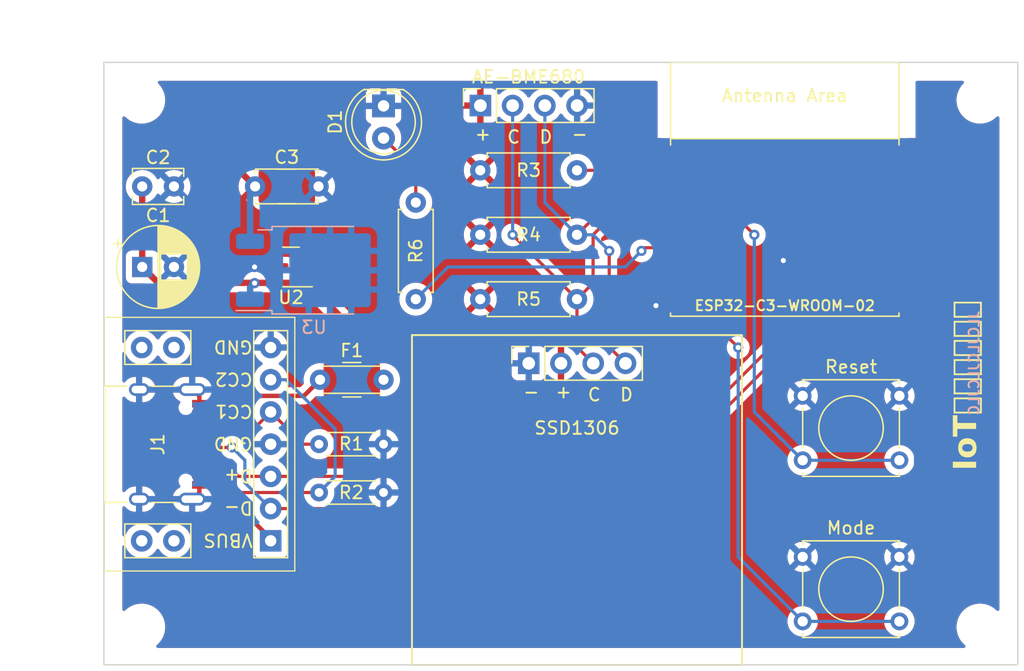
<source format=kicad_pcb>
(kicad_pcb (version 20221018) (generator pcbnew)
  (layers (0 "F.Cu" signal) (31 "B.Cu" signal) (34 "B.Paste" user) (35 "F.Paste" user) (36 "B.SilkS" user "B.Silkscreen") (37 "F.SilkS" user "F.Silkscreen") (38 "B.Mask" user) (39 "F.Mask" user) (44 "Edge.Cuts" user))
  (net 0 "")
  (net 1 "+5V")
  (net 2 "GND")
  (net 3 "+3.3V")
  (net 4 "Net-(D1-A)")
  (net 5 "Net-(F1-Pad1)")
  (net 6 "Net-(J1-CC1)")
  (net 7 "D+")
  (net 8 "D-")
  (net 10 "Net-(J1-CC2)")
  (net 12 "SCL")
  (net 13 "SDA")
  (net 14 "Net-(U1-GPIO7)")
  (net 15 "Net-(U1-GPIO9)")
  (net 25 "Net-(U1-EN{slash}CHIP_PU)")
  (footprint "PCM_Espressif:ESP32-C3-WROOM-02" (layer "F.Cu") (at 88.76 47.683)
    (fp_text reference "U1" hide)
    (fp_text value "ESP32-C3-WROOM-02" (at 0 6.165) (layer "F.SilkS") (effects (font (size 0.8 0.8))))
    (fp_text user "Antenna Area" (at 0 -10.4) (layer "F.SilkS"))
    (pad "1" smd rect (at -8.75 -5.9) (size 1.5 0.9) (layers "F.Cu" "F.Paste" "F.Mask") (net 3 "+3.3V"))
    (pad "2" smd rect (at -8.75 -4.4) (size 1.5 0.9) (layers "F.Cu" "F.Paste" "F.Mask") (net 25 "Net-(U1-EN{slash}CHIP_PU)"))
    (pad "3" smd rect (at -8.75 -2.9) (size 1.5 0.9) (layers "F.Cu" "F.Paste" "F.Mask") (net 13 "SDA"))
    (pad "4" smd rect (at -8.75 -1.4) (size 1.5 0.9) (layers "F.Cu" "F.Paste" "F.Mask") (net 12 "SCL"))
    (pad "5" smd rect (at -8.75 0.1) (size 1.5 0.9) (layers "F.Cu" "F.Paste" "F.Mask"))
    (pad "6" smd rect (at -8.75 1.6) (size 1.5 0.9) (layers "F.Cu" "F.Paste" "F.Mask") (net 14 "Net-(U1-GPIO7)"))
    (pad "7" smd rect (at -8.75 3.1) (size 1.5 0.9) (layers "F.Cu" "F.Paste" "F.Mask"))
    (pad "8" smd rect (at -8.75 4.6) (size 1.5 0.9) (layers "F.Cu" "F.Paste" "F.Mask") (net 15 "Net-(U1-GPIO9)"))
    (pad "9" smd rect (at -8.75 6.1) (size 1.5 0.9) (layers "F.Cu" "F.Paste" "F.Mask") (net 2 "GND"))
    (pad "10" smd rect (at 8.75 6.1 180) (size 1.5 0.9) (layers "F.Cu" "F.Paste" "F.Mask"))
    (pad "11" smd rect (at 8.75 4.6 180) (size 1.5 0.9) (layers "F.Cu" "F.Paste" "F.Mask"))
    (pad "12" smd rect (at 8.75 3.1 180) (size 1.5 0.9) (layers "F.Cu" "F.Paste" "F.Mask"))
    (pad "13" smd rect (at 8.75 1.6 180) (size 1.5 0.9) (layers "F.Cu" "F.Paste" "F.Mask") (net 8 "D-"))
    (pad "14" smd rect (at 8.75 0.1 180) (size 1.5 0.9) (layers "F.Cu" "F.Paste" "F.Mask") (net 7 "D+"))
    (pad "15" smd rect (at 8.75 -1.4 180) (size 1.5 0.9) (layers "F.Cu" "F.Paste" "F.Mask"))
    (pad "16" smd rect (at 8.75 -2.9 180) (size 1.5 0.9) (layers "F.Cu" "F.Paste" "F.Mask"))
    (pad "17" smd rect (at 8.75 -4.4 180) (size 1.5 0.9) (layers "F.Cu" "F.Paste" "F.Mask"))
    (pad "18" smd rect (at 8.75 -5.9 180) (size 1.5 0.9) (layers "F.Cu" "F.Paste" "F.Mask"))
    (pad "19" smd rect (at -0.14 -0.8 180) (size 0.7 0.7) (layers "F.Cu" "F.Paste" "F.Mask") (net 2 "GND"))
    (pad "19" smd rect (at -0.14 0.3 180) (size 0.7 0.7) (layers "F.Cu" "F.Paste" "F.Mask") (net 2 "GND"))
    (pad "19" smd rect (at -0.14 1.4 180) (size 0.7 0.7) (layers "F.Cu" "F.Paste" "F.Mask") (net 2 "GND"))
    (pad "19" smd rect (at 0.91 -0.8 180) (size 0.7 0.7) (layers "F.Cu" "F.Paste" "F.Mask") (net 2 "GND"))
    (pad "19" smd rect (at 0.91 0.3 180) (size 0.7 0.7) (layers "F.Cu" "F.Paste" "F.Mask") (net 2 "GND"))
    (pad "19" smd rect (at 0.91 1.4 180) (size 0.7 0.7) (layers "F.Cu" "F.Paste" "F.Mask") (net 2 "GND"))
    (pad "19" smd rect (at 2.06 -0.8 180) (size 0.7 0.7) (layers "F.Cu" "F.Paste" "F.Mask") (net 2 "GND"))
    (pad "19" smd rect (at 2.06 0.3 180) (size 0.7 0.7) (layers "F.Cu" "F.Paste" "F.Mask") (net 2 "GND"))
    (pad "19" smd rect (at 2.06 1.4 180) (size 0.7 0.7) (layers "F.Cu" "F.Paste" "F.Mask") (net 2 "GND"))
    (zone (net 0) (net_name "") (layers "*.Cu") (name "antenna keepout") (connect_pads (clearance 0)) (min_thickness 0.254)
      (keepout (tracks not_allowed) (vias not_allowed) (pads not_allowed) (copperpour not_allowed) (footprints not_allowed))
      (fill (thermal_gap 0.508) (thermal_bridge_width 0.508))
      (polygon (pts (xy 97.76 40.683) (xy 79.76 40.683) (xy 79.76 34.683) (xy 97.76 34.683)))
    )
  )
  (footprint "Capacitor_THT:C_Disc_D4.3mm_W1.9mm_P5.00mm" (layer "F.Cu") (at 52.15 59.69)
    (fp_text reference "F2" hide)
    (fp_text value "Polyfuse")
    (pad "1" thru_hole circle (at 0 0) (size 1.6 1.6) (drill 0.8) (layers "*.Cu" "*.Mask") (net 5 "Net-(F1-Pad1)"))
    (pad "2" thru_hole circle (at 5 0) (size 1.6 1.6) (drill 0.8) (layers "*.Cu" "*.Mask") (net 1 "+5V"))
  )
  (footprint "MountingHole:MountingHole_3.2mm_M3" (layer "F.Cu") (at 104.14 79.19)
    (fp_text reference "H4" hide)
    (fp_text value "MountingHole" hide)
    (pad "" np_thru_hole circle (at 0 0) (size 3.2 3.2) (drill 3.2) (layers "*.Cu" "*.Mask"))
  )
  (footprint "Capacitor_SMD:C_1210_3225Metric_Pad1.33x2.70mm_HandSolder" (layer "F.Cu") (at 54.65 59.69)
    (fp_text reference "F1" (at 0 -2.3) (layer "F.SilkS"))
    (fp_text value "Polyfuse_Small")
    (pad "1" smd roundrect (at -1.5625 0) (size 1.325 2.7) (layers "F.Cu" "F.Paste" "F.Mask") (roundrect_rratio 0.188679) (net 5 "Net-(F1-Pad1)"))
    (pad "2" smd roundrect (at 1.5625 0) (size 1.325 2.7) (layers "F.Cu" "F.Paste" "F.Mask") (roundrect_rratio 0.188679) (net 1 "+5V"))
  )
  (footprint "MountingHole:MountingHole_3.2mm_M3" (layer "F.Cu") (at 104.14 37.65)
    (fp_text reference "H2" hide)
    (fp_text value "MountingHole" hide)
    (pad "" np_thru_hole circle (at 0 0) (size 3.2 3.2) (drill 3.2) (layers "*.Cu" "*.Mask"))
  )
  (footprint "Button_Switch_THT:SW_Tactile_Straight_KSL0Axx1LFTR" (layer "F.Cu") (at 90.17 60.96)
    (fp_text reference "SW1" hide)
    (fp_text value "Reset" (at 3.81 -2.286) (layer "F.SilkS"))
    (pad "1" thru_hole circle (at 0 0) (size 1.397 1.397) (drill 0.8128) (layers "*.Cu" "*.Mask") (net 2 "GND"))
    (pad "1" thru_hole circle (at 7.62 0) (size 1.397 1.397) (drill 0.8128) (layers "*.Cu" "*.Mask") (net 2 "GND"))
    (pad "2" thru_hole circle (at 0 5.08) (size 1.397 1.397) (drill 0.8128) (layers "*.Cu" "*.Mask") (net 25 "Net-(U1-EN{slash}CHIP_PU)"))
    (pad "2" thru_hole circle (at 7.62 5.08) (size 1.397 1.397) (drill 0.8128) (layers "*.Cu" "*.Mask") (net 25 "Net-(U1-EN{slash}CHIP_PU)"))
  )
  (footprint "Connector_USB:USB_C_Receptacle_XKB_U262-16XN-4BVC11" (layer "F.Cu") (at 38.9725 64.782 -90)
    (fp_text reference "J1" (at 0 -0.3975 90) (layer "F.SilkS"))
    (fp_text value "USB_C_Receptacle_USB2.0_16P")
    (pad "" np_thru_hole circle (at -2.89 -2.605 270) (size 0.65 0.65) (drill 0.65) (layers "*.Cu" "*.Mask"))
    (pad "" np_thru_hole circle (at 2.89 -2.605 270) (size 0.65 0.65) (drill 0.65) (layers "*.Cu" "*.Mask"))
    (pad "A1" smd rect (at -3.35 -3.67 270) (size 0.3 1.15) (layers "F.Cu" "F.Paste" "F.Mask") (net 2 "GND"))
    (pad "A4" smd rect (at -2.55 -3.67 270) (size 0.3 1.15) (layers "F.Cu" "F.Paste" "F.Mask") (net 5 "Net-(F1-Pad1)"))
    (pad "A5" smd rect (at -1.25 -3.67 270) (size 0.3 1.15) (layers "F.Cu" "F.Paste" "F.Mask") (net 6 "Net-(J1-CC1)"))
    (pad "A6" smd rect (at -0.25 -3.67 270) (size 0.3 1.15) (layers "F.Cu" "F.Paste" "F.Mask") (net 7 "D+"))
    (pad "A7" smd rect (at 0.25 -3.67 270) (size 0.3 1.15) (layers "F.Cu" "F.Paste" "F.Mask") (net 8 "D-"))
    (pad "A8" smd rect (at 1.25 -3.67 270) (size 0.3 1.15) (layers "F.Cu" "F.Paste" "F.Mask"))
    (pad "A9" smd rect (at 2.55 -3.67 270) (size 0.3 1.15) (layers "F.Cu" "F.Paste" "F.Mask") (net 5 "Net-(F1-Pad1)"))
    (pad "A12" smd rect (at 3.35 -3.67 270) (size 0.3 1.15) (layers "F.Cu" "F.Paste" "F.Mask") (net 2 "GND"))
    (pad "B1" smd rect (at 3.05 -3.67 270) (size 0.3 1.15) (layers "F.Cu" "F.Paste" "F.Mask") (net 2 "GND"))
    (pad "B4" smd rect (at 2.25 -3.67 270) (size 0.3 1.15) (layers "F.Cu" "F.Paste" "F.Mask") (net 5 "Net-(F1-Pad1)"))
    (pad "B5" smd rect (at 1.75 -3.67 270) (size 0.3 1.15) (layers "F.Cu" "F.Paste" "F.Mask") (net 10 "Net-(J1-CC2)"))
    (pad "B6" smd rect (at 0.75 -3.67 270) (size 0.3 1.15) (layers "F.Cu" "F.Paste" "F.Mask") (net 7 "D+"))
    (pad "B7" smd rect (at -0.75 -3.67 270) (size 0.3 1.15) (layers "F.Cu" "F.Paste" "F.Mask") (net 8 "D-"))
    (pad "B8" smd rect (at -1.75 -3.67 270) (size 0.3 1.15) (layers "F.Cu" "F.Paste" "F.Mask"))
    (pad "B9" smd rect (at -2.25 -3.67 270) (size 0.3 1.15) (layers "F.Cu" "F.Paste" "F.Mask") (net 5 "Net-(F1-Pad1)"))
    (pad "B12" smd rect (at -3.05 -3.67 270) (size 0.3 1.15) (layers "F.Cu" "F.Paste" "F.Mask") (net 2 "GND"))
    (pad "S1" thru_hole oval (at -4.32 -3.105 270) (size 1 2.1) (drill oval 0.6 1.7) (layers "*.Cu" "*.Mask") (net 2 "GND"))
    (pad "S1" thru_hole oval (at -4.32 1.075 270) (size 1 1.6) (drill oval 0.6 1.2) (layers "*.Cu" "*.Mask") (net 2 "GND"))
    (pad "S1" thru_hole oval (at 4.32 -3.105 270) (size 1 2.1) (drill oval 0.6 1.7) (layers "*.Cu" "*.Mask") (net 2 "GND"))
    (pad "S1" thru_hole oval (at 4.32 1.075 270) (size 1 1.6) (drill oval 0.6 1.2) (layers "*.Cu" "*.Mask") (net 2 "GND"))
  )
  (footprint "Connector_PinSocket_2.54mm:PinSocket_1x04_P2.54mm_Vertical" (layer "F.Cu") (at 64.78 38.075 90)
    (fp_text reference "J3" hide)
    (fp_text value "AE-BME680" (at 2.261 3.8 180) (layer "F.SilkS"))
    (pad "1" thru_hole rect (at 0 0 90) (size 1.7 1.7) (drill 1) (layers "*.Cu" "*.Mask") (net 3 "+3.3V"))
    (pad "2" thru_hole oval (at 0 2.54 90) (size 1.7 1.7) (drill 1) (layers "*.Cu" "*.Mask") (net 12 "SCL"))
    (pad "3" thru_hole oval (at 0 5.08 90) (size 1.7 1.7) (drill 1) (layers "*.Cu" "*.Mask") (net 13 "SDA"))
    (pad "4" thru_hole oval (at 0 7.62 90) (size 1.7 1.7) (drill 1) (layers "*.Cu" "*.Mask") (net 2 "GND"))
  )
  (footprint "Capacitor_THT:CP_Radial_D6.3mm_P2.50mm" (layer "F.Cu") (at 38.14 50.8)
    (fp_text reference "C1" (at 1.25 -4.064) (layer "F.SilkS"))
    (fp_text value "100μ")
    (pad "1" thru_hole rect (at 0 0) (size 1.6 1.6) (drill 0.8) (layers "*.Cu" "*.Mask") (net 1 "+5V"))
    (pad "2" thru_hole circle (at 2.5 0) (size 1.6 1.6) (drill 0.8) (layers "*.Cu" "*.Mask") (net 2 "GND"))
  )
  (footprint "Button_Switch_THT:SW_Tactile_Straight_KSL0Axx1LFTR" (layer "F.Cu") (at 90.17 73.66)
    (fp_text reference "SW2" hide)
    (fp_text value "Mode" (at 3.81 -2.286) (layer "F.SilkS"))
    (pad "1" thru_hole circle (at 0 0) (size 1.397 1.397) (drill 0.8128) (layers "*.Cu" "*.Mask") (net 2 "GND"))
    (pad "1" thru_hole circle (at 7.62 0) (size 1.397 1.397) (drill 0.8128) (layers "*.Cu" "*.Mask") (net 2 "GND"))
    (pad "2" thru_hole circle (at 0 5.08) (size 1.397 1.397) (drill 0.8128) (layers "*.Cu" "*.Mask") (net 15 "Net-(U1-GPIO9)"))
    (pad "2" thru_hole circle (at 7.62 5.08) (size 1.397 1.397) (drill 0.8128) (layers "*.Cu" "*.Mask") (net 15 "Net-(U1-GPIO9)"))
  )
  (footprint "Resistor_THT:R_Axial_DIN0204_L3.6mm_D1.6mm_P5.08mm_Horizontal" (layer "F.Cu") (at 52.07 64.77)
    (fp_text reference "R1" (at 2.54 -0.025) (layer "F.SilkS"))
    (fp_text value "5.1k")
    (pad "1" thru_hole circle (at 0 0) (size 1.4 1.4) (drill 0.7) (layers "*.Cu" "*.Mask") (net 6 "Net-(J1-CC1)"))
    (pad "2" thru_hole oval (at 5.08 0) (size 1.4 1.4) (drill 0.7) (layers "*.Cu" "*.Mask") (net 2 "GND"))
  )
  (footprint "LED_THT:LED_D5.0mm" (layer "F.Cu") (at 57.15 38.1 -90)
    (fp_text reference "D1" (at 1.27 3.81 90) (layer "F.SilkS"))
    (fp_text value "LED")
    (pad "1" thru_hole rect (at 0 0 270) (size 1.8 1.8) (drill 0.9) (layers "*.Cu" "*.Mask") (net 2 "GND"))
    (pad "2" thru_hole circle (at 2.54 0 270) (size 1.8 1.8) (drill 0.9) (layers "*.Cu" "*.Mask") (net 4 "Net-(D1-A)"))
  )
  (footprint "mylib:Connector_USB_C_simple" (layer "F.Cu") (at 48.26 72.39 180)
    (fp_text reference "J2" hide)
    (fp_text value "USB_C_Receptacle_Simple")
    (fp_text user "CC2" (at 1.33 13.335 180 unlocked) (layer "F.SilkS") (effects (justify left bottom)))
    (fp_text user "CC1" (at 1.33 10.795 180 unlocked) (layer "F.SilkS") (effects (justify left bottom)))
    (fp_text user "D+" (at 1.33 5.715 180 unlocked) (layer "F.SilkS") (effects (justify left bottom)))
    (fp_text user "GND" (at 1.33 15.875 180 unlocked) (layer "F.SilkS") (effects (justify left bottom)))
    (fp_text user "D-" (at 1.33 3.175 180 unlocked) (layer "F.SilkS") (effects (justify left bottom)))
    (fp_text user "VBUS" (at 1.33 0.635 180 unlocked) (layer "F.SilkS") (effects (justify left bottom)))
    (fp_text user "GND" (at 1.33 8.255 180 unlocked) (layer "F.SilkS") (effects (justify left bottom)))
    (pad "" thru_hole oval (at 7.62 0 90) (size 1.7 1.7) (drill 0.9) (layers "*.Cu" "*.Mask"))
    (pad "" thru_hole oval (at 7.62 15.24 90) (size 1.7 1.7) (drill 0.9) (layers "*.Cu" "*.Mask"))
    (pad "" thru_hole oval (at 10.16 0 90) (size 1.7 1.7) (drill 0.9) (layers "*.Cu" "*.Mask"))
    (pad "" thru_hole oval (at 10.16 15.24 90) (size 1.7 1.7) (drill 0.9) (layers "*.Cu" "*.Mask"))
    (pad "1" thru_hole rect (at 0 0 180) (size 1.7 1.7) (drill 0.9) (layers "*.Cu" "*.Mask") (net 5 "Net-(F1-Pad1)"))
    (pad "2" thru_hole oval (at 0 2.54 180) (size 1.7 1.7) (drill 0.9) (layers "*.Cu" "*.Mask") (net 8 "D-"))
    (pad "3" thru_hole oval (at 0 5.08 180) (size 1.7 1.7) (drill 0.9) (layers "*.Cu" "*.Mask") (net 7 "D+"))
    (pad "4" thru_hole oval (at 0 7.62 180) (size 1.7 1.7) (drill 0.9) (layers "*.Cu" "*.Mask") (net 2 "GND"))
    (pad "5" thru_hole oval (at 0 10.16 180) (size 1.7 1.7) (drill 0.9) (layers "*.Cu" "*.Mask") (net 6 "Net-(J1-CC1)"))
    (pad "6" thru_hole oval (at 0 12.7 180) (size 1.7 1.7) (drill 0.9) (layers "*.Cu" "*.Mask") (net 10 "Net-(J1-CC2)"))
    (pad "7" thru_hole oval (at 0 15.24 180) (size 1.7 1.7) (drill 0.9) (layers "*.Cu" "*.Mask") (net 2 "GND"))
  )
  (footprint "Resistor_THT:R_Axial_DIN0204_L3.6mm_D1.6mm_P5.08mm_Horizontal" (layer "F.Cu") (at 52.07 68.58)
    (fp_text reference "R2" (at 2.54 0) (layer "F.SilkS"))
    (fp_text value "5.1k")
    (pad "1" thru_hole circle (at 0 0) (size 1.4 1.4) (drill 0.7) (layers "*.Cu" "*.Mask") (net 10 "Net-(J1-CC2)"))
    (pad "2" thru_hole oval (at 5.08 0) (size 1.4 1.4) (drill 0.7) (layers "*.Cu" "*.Mask") (net 2 "GND"))
  )
  (footprint "Capacitor_THT:C_Disc_D3.8mm_W2.6mm_P2.50mm" (layer "F.Cu") (at 38.14 44.45)
    (fp_text reference "C2" (at 1.25 -2.286) (layer "F.SilkS"))
    (fp_text value "1μ")
    (pad "1" thru_hole circle (at 0 0) (size 1.6 1.6) (drill 0.8) (layers "*.Cu" "*.Mask") (net 1 "+5V"))
    (pad "2" thru_hole circle (at 2.5 0) (size 1.6 1.6) (drill 0.8) (layers "*.Cu" "*.Mask") (net 2 "GND"))
  )
  (footprint "Resistor_THT:R_Axial_DIN0207_L6.3mm_D2.5mm_P7.62mm_Horizontal" (layer "F.Cu") (at 59.69 53.34 90)
    (fp_text reference "R6" (at 3.81 0 90) (layer "F.SilkS"))
    (fp_text value "10k")
    (pad "1" thru_hole circle (at 0 0 90) (size 1.6 1.6) (drill 0.8) (layers "*.Cu" "*.Mask") (net 14 "Net-(U1-GPIO7)"))
    (pad "2" thru_hole oval (at 7.62 0 90) (size 1.6 1.6) (drill 0.8) (layers "*.Cu" "*.Mask") (net 4 "Net-(D1-A)"))
  )
  (footprint "Connector_PinSocket_2.54mm:PinSocket_1x04_P2.54mm_Vertical" (layer "F.Cu") (at 68.59 58.395 90)
    (fp_text reference "J4" hide)
    (fp_text value "SSD1306" (at -5.105 3.8 180) (layer "F.SilkS"))
    (pad "1" thru_hole rect (at 0 0 90) (size 1.7 1.7) (drill 1) (layers "*.Cu" "*.Mask") (net 2 "GND"))
    (pad "2" thru_hole oval (at 0 2.54 90) (size 1.7 1.7) (drill 1) (layers "*.Cu" "*.Mask") (net 3 "+3.3V"))
    (pad "3" thru_hole oval (at 0 5.08 90) (size 1.7 1.7) (drill 1) (layers "*.Cu" "*.Mask") (net 12 "SCL"))
    (pad "4" thru_hole oval (at 0 7.62 90) (size 1.7 1.7) (drill 1) (layers "*.Cu" "*.Mask") (net 13 "SDA"))
  )
  (footprint "MountingHole:MountingHole_3.2mm_M3" (layer "F.Cu") (at 38.1 37.65)
    (fp_text reference "H1" hide)
    (fp_text value "MountingHole" hide)
    (pad "" np_thru_hole circle (at 0 0) (size 3.2 3.2) (drill 3.2) (layers "*.Cu" "*.Mask"))
  )
  (footprint "Resistor_THT:R_Axial_DIN0207_L6.3mm_D2.5mm_P7.62mm_Horizontal" (layer "F.Cu") (at 64.77 48.26)
    (fp_text reference "R4" (at 3.81 0) (layer "F.SilkS"))
    (fp_text value "10k")
    (pad "1" thru_hole circle (at 0 0) (size 1.6 1.6) (drill 0.8) (layers "*.Cu" "*.Mask") (net 3 "+3.3V"))
    (pad "2" thru_hole oval (at 7.62 0) (size 1.6 1.6) (drill 0.8) (layers "*.Cu" "*.Mask") (net 13 "SDA"))
  )
  (footprint "MountingHole:MountingHole_3.2mm_M3" (layer "F.Cu") (at 38.1 79.19)
    (fp_text reference "H3" hide)
    (fp_text value "MountingHole" hide)
    (pad "" np_thru_hole circle (at 0 0) (size 3.2 3.2) (drill 3.2) (layers "*.Cu" "*.Mask"))
  )
  (footprint "Capacitor_THT:C_Disc_D4.7mm_W2.5mm_P5.00mm" (layer "F.Cu") (at 47.03 44.45)
    (fp_text reference "C4" hide)
    (fp_text value "10μ")
    (pad "1" thru_hole circle (at 0 0) (size 1.6 1.6) (drill 0.8) (layers "*.Cu" "*.Mask") (net 3 "+3.3V"))
    (pad "2" thru_hole circle (at 5 0) (size 1.6 1.6) (drill 0.8) (layers "*.Cu" "*.Mask") (net 2 "GND"))
  )
  (footprint "Package_TO_SOT_SMD:SOT-23" (layer "F.Cu") (at 49.8625 50.8 180)
    (fp_text reference "U2" (at 0 -2.4) (layer "F.SilkS"))
    (fp_text value "AP7333-33SAG")
    (pad "1" smd roundrect (at -0.9375 -0.95 180) (size 1.475 0.6) (layers "F.Cu" "F.Paste" "F.Mask") (net 1 "+5V"))
    (pad "2" smd roundrect (at -0.9375 0.95 180) (size 1.475 0.6) (layers "F.Cu" "F.Paste" "F.Mask") (net 3 "+3.3V"))
    (pad "3" smd roundrect (at 0.9375 0 180) (size 1.475 0.6) (layers "F.Cu" "F.Paste" "F.Mask") (net 2 "GND"))
  )
  (footprint "Resistor_THT:R_Axial_DIN0207_L6.3mm_D2.5mm_P7.62mm_Horizontal" (layer "F.Cu") (at 64.77 53.34)
    (fp_text reference "R5" (at 3.81 0) (layer "F.SilkS"))
    (fp_text value "10k")
    (pad "1" thru_hole circle (at 0 0) (size 1.6 1.6) (drill 0.8) (layers "*.Cu" "*.Mask") (net 3 "+3.3V"))
    (pad "2" thru_hole oval (at 7.62 0) (size 1.6 1.6) (drill 0.8) (layers "*.Cu" "*.Mask") (net 12 "SCL"))
  )
  (footprint "Capacitor_SMD:C_1210_3225Metric_Pad1.33x2.70mm_HandSolder" (layer "F.Cu") (at 49.53 44.45)
    (fp_text reference "C3" (at 0 -2.3) (layer "F.SilkS"))
    (fp_text value "10μ")
    (pad "1" smd roundrect (at -1.5625 0) (size 1.325 2.7) (layers "F.Cu" "F.Paste" "F.Mask") (roundrect_rratio 0.188679) (net 3 "+3.3V"))
    (pad "2" smd roundrect (at 1.5625 0) (size 1.325 2.7) (layers "F.Cu" "F.Paste" "F.Mask") (roundrect_rratio 0.188679) (net 2 "GND"))
  )
  (footprint "Resistor_THT:R_Axial_DIN0207_L6.3mm_D2.5mm_P7.62mm_Horizontal" (layer "F.Cu") (at 64.77 43.18)
    (fp_text reference "R3" (at 3.81 0) (layer "F.SilkS"))
    (fp_text value "10k")
    (pad "1" thru_hole circle (at 0 0) (size 1.6 1.6) (drill 0.8) (layers "*.Cu" "*.Mask") (net 3 "+3.3V"))
    (pad "2" thru_hole oval (at 7.62 0) (size 1.6 1.6) (drill 0.8) (layers "*.Cu" "*.Mask") (net 25 "Net-(U1-EN{slash}CHIP_PU)"))
  )
  (footprint "Package_TO_SOT_SMD:TO-252-2" (layer "B.Cu") (at 51.675 51.055)
    (fp_text reference "U3" (at 0 4.5) (layer "B.SilkS") (effects (justify mirror)))
    (fp_text value "NJM2845DL1-33")
    (pad "1" smd roundrect (at -5.04 2.28) (size 2.2 1.2) (layers "B.Cu" "B.Paste" "B.Mask") (roundrect_rratio 0.208333) (net 1 "+5V"))
    (pad "2" smd roundrect (at -0.415 -1.525) (size 3.05 2.75) (layers "B.Cu" "B.Paste") (roundrect_rratio 0.090909) (net 2 "GND"))
    (pad "2" smd roundrect (at -0.415 1.525) (size 3.05 2.75) (layers "B.Cu" "B.Paste") (roundrect_rratio 0.090909) (net 2 "GND"))
    (pad "2" smd roundrect (at 1.26 0) (size 6.4 5.8) (layers "B.Cu" "B.Mask") (roundrect_rratio 0.043103) (net 2 "GND"))
    (pad "2" smd roundrect (at 2.935 -1.525) (size 3.05 2.75) (layers "B.Cu" "B.Paste") (roundrect_rratio 0.090909) (net 2 "GND"))
    (pad "2" smd roundrect (at 2.935 1.525) (size 3.05 2.75) (layers "B.Cu" "B.Paste") (roundrect_rratio 0.090909) (net 2 "GND"))
    (pad "3" smd roundrect (at -5.04 -2.28) (size 2.2 1.2) (layers "B.Cu" "B.Paste" "B.Mask") (roundrect_rratio 0.208333) (net 3 "+3.3V"))
  )
  (gr_rect (start 59.39 56.17) (end 85.39 82.17) (stroke (width 0.15)) (fill none) (layer "F.SilkS"))
  (gr_rect (start 35.12 34.67) (end 107.12 82.17) (stroke (width 0.1)) (fill none) (layer "Edge.Cuts"))
  (gr_text "JLCJLCJLCJLC" (at 104.14 54.16 90) (layer "B.SilkS") (effects (font (size 0.8 0.8)) (justify left bottom mirror)))
  (gr_text "-" (at 68.072 60.198 180) (layer "F.SilkS") (effects (font (size 1 1)) (justify left bottom mirror)))
  (gr_text "C" (at 66.802 39.878 180) (layer "F.SilkS") (effects (font (size 1 1)) (justify left bottom mirror)))
  (gr_text "+" (at 70.612 60.198 180) (layer "F.SilkS") (effects (font (size 1 1)) (justify left bottom mirror)))
  (gr_text "D" (at 75.692 60.198 180) (layer "F.SilkS") (effects (font (size 1 1)) (justify left bottom mirror)))
  (gr_text "+" (at 64.262 39.878 180) (layer "F.SilkS") (effects (font (size 1 1)) (justify left bottom mirror)))
  (gr_text "-" (at 71.882 39.878 180) (layer "F.SilkS") (effects (font (size 1 1)) (justify left bottom mirror)))
  (gr_text "IoT環境メーター" (at 104.14 66.86 90) (layer "F.SilkS") (effects (font (size 1.8 1.8) (thickness 0.36) bold) (justify left bottom)))
  (gr_text "D" (at 69.342 39.878 180) (layer "F.SilkS") (effects (font (size 1 1)) (justify left bottom mirror)))
  (gr_text "C" (at 73.152 60.198 180) (layer "F.SilkS") (effects (font (size 1 1)) (justify left bottom mirror)))
  (segment (start 56.2125 57.1625) (end 50.8 51.75) (width 0.5) (layer "F.Cu") (net 1))
  (segment (start 50.5 52.05) (end 39.39 52.05) (width 0.5) (layer "F.Cu") (net 1))
  (segment (start 50.8 51.75) (end 50.5 52.05) (width 0.25) (layer "F.Cu") (net 1))
  (segment (start 56.2125 59.69) (end 56.2125 57.1625) (width 0.5) (layer "F.Cu") (net 1))
  (segment (start 39.39 52.05) (end 38.14 50.8) (width 0.5) (layer "F.Cu") (net 1))
  (segment (start 38.14 50.8) (end 38.14 44.45) (width 0.5) (layer "F.Cu") (net 1))
  (via (at 46.99 52.07) (size 0.8) (drill 0.4) (layers "F.Cu" "B.Cu") (net 1))
  (segment (start 46.635 53.335) (end 46.635 52.425) (width 0.5) (layer "B.Cu") (net 1))
  (segment (start 46.635 52.425) (end 46.99 52.07) (width 0.5) (layer "B.Cu") (net 1))
  (segment (start 48.925 50.8) (end 46.99 50.8) (width 0.5) (layer "F.Cu") (net 2))
  (segment (start 88.62 46.883) (end 88.62 49.083) (width 0.25) (layer "F.Cu") (net 2))
  (segment (start 90.82 46.883) (end 90.82 49.083) (width 0.25) (layer "F.Cu") (net 2))
  (segment (start 88.62 46.883) (end 90.82 46.883) (width 0.25) (layer "F.Cu") (net 2))
  (segment (start 88.62 50.266) (end 88.646 50.292) (width 0.25) (layer "F.Cu") (net 2))
  (segment (start 88.62 47.983) (end 90.82 47.983) (width 0.25) (layer "F.Cu") (net 2))
  (segment (start 42.6425 61.027) (end 42.0775 60.462) (width 0.25) (layer "F.Cu") (net 2))
  (segment (start 78.678 53.783) (end 78.613 53.848) (width 0.25) (layer "F.Cu") (net 2))
  (segment (start 88.62 49.083) (end 90.82 49.083) (width 0.25) (layer "F.Cu") (net 2))
  (segment (start 80.01 53.783) (end 78.678 53.783) (width 0.5) (layer "F.Cu") (net 2))
  (segment (start 42.6425 68.537) (end 42.0775 69.102) (width 0.25) (layer "F.Cu") (net 2))
  (segment (start 88.62 49.083) (end 88.62 50.266) (width 0.25) (layer "F.Cu") (net 2))
  (segment (start 42.6425 61.732) (end 42.6425 61.027) (width 0.35) (layer "F.Cu") (net 2))
  (segment (start 42.6425 68.132) (end 42.6425 68.537) (width 0.35) (layer "F.Cu") (net 2))
  (segment (start 89.67 46.883) (end 89.67 49.083) (width 0.25) (layer "F.Cu") (net 2))
  (via (at 46.99 50.8) (size 0.8) (drill 0.4) (layers "F.Cu" "B.Cu") (net 2))
  (via (at 88.646 50.292) (size 0.8) (drill 0.4) (layers "F.Cu" "B.Cu") (net 2))
  (via (at 78.613 53.848) (size 0.8) (drill 0.4) (layers "F.Cu" "B.Cu") (net 2))
  (segment (start 81.28 51.181) (end 78.613 53.848) (width 0.25) (layer "B.Cu") (net 2))
  (segment (start 57.15 71.12) (end 50.8 71.12) (width 0.25) (layer "B.Cu") (net 2))
  (segment (start 52.935 47.093) (end 52.935 51.055) (width 0.25) (layer "B.Cu") (net 2))
  (segment (start 68.58 55.88) (end 76.581 55.88) (width 0.25) (layer "B.Cu") (net 2))
  (segment (start 41.91 49.53) (end 41.91 45.72) (width 0.25) (layer "B.Cu") (net 2))
  (segment (start 49.49 41.91) (end 49.51 41.93) (width 0.25) (layer "B.Cu") (net 2))
  (segment (start 43.18 50.8) (end 41.91 52.07) (width 0.25) (layer "B.Cu") (net 2))
  (segment (start 57.15 38.1) (end 53.34 38.1) (width 0.25) (layer "B.Cu") (net 2))
  (segment (start 72.39 40.64) (end 76.2 40.64) (width 0.25) (layer "B.Cu") (net 2))
  (segment (start 46.99 57.15) (end 41.91 52.07) (width 0.25) (layer "B.Cu") (net 2))
  (segment (start 66.04 58.42) (end 66.04 58.395) (width 0.25) (layer "B.Cu") (net 2))
  (segment (start 86.36 45.72) (end 88.646 48.006) (width 0.25) (layer "B.Cu") (net 2))
  (segment (start 59.69 64.77) (end 66.04 58.42) (width 0.25) (layer "B.Cu") (net 2))
  (segment (start 50.165 65.405) (end 49.53 64.77) (width 0.25) (layer "B.Cu") (net 2))
  (segment (start 72.4 38.075) (end 72.4 40.63) (width 0.25) (layer "B.Cu") (net 2))
  (segment (start 96.393 58.039) (end 96.393 59.563) (width 0.25) (layer "B.Cu") (net 2))
  (segment (start 49.51 41.93) (end 52.03 44.45) (width 0.25) (layer "B.Cu") (net 2))
  (segment (start 42.0775 69.102) (end 37.8975 69.102) (width 0.25) (layer "B.Cu") (net 2))
  (segment (start 46.99 64.77) (end 44.45 62.23) (width 0.25) (layer "B.Cu") (net 2))
  (segment (start 72.4 40.63) (end 72.39 40.64) (width 0.25) (layer "B.Cu") (net 2))
  (segment (start 88.646 48.006) (end 88.646 50.292) (width 0.25) (layer "B.Cu") (net 2))
  (segment (start 57.15 68.58) (end 57.15 71.12) (width 0.25) (layer "B.Cu") (net 2))
  (segment (start 68.59 58.395) (end 68.59 55.89) (width 0.25) (layer "B.Cu") (net 2))
  (segment (start 41.91 45.72) (end 40.64 44.45) (width 0.25) (layer "B.Cu") (net 2))
  (segment (start 50.8 71.12) (end 50.8 69.85) (width 0.25) (layer "B.Cu") (net 2))
  (segment (start 53.34 38.1) (end 49.51 41.93) (width 0.25) (layer "B.Cu") (net 2))
  (segment (start 96.52 62.23) (end 97.79 60.96) (width 0.25) (layer "B.Cu") (net 2))
  (segment (start 48.26 57.15) (end 46.99 57.15) (width 0.25) (layer "B.Cu") (net 2))
  (segment (start 81.28 45.72) (end 86.36 45.72) (width 0.25) (layer "B.Cu") (net 2))
  (segment (start 48.26 64.77) (end 46.99 64.77) (width 0.25) (layer "B.Cu") (net 2))
  (segment (start 91.44 74.93) (end 96.52 74.93) (width 0.25) (layer "B.Cu") (net 2))
  (segment (start 96.393 59.563) (end 97.79 60.96) (width 0.25) (layer "B.Cu") (net 2))
  (segment (start 76.581 55.88) (end 78.613 53.848) (width 0.25) (layer "B.Cu") (net 2))
  (segment (start 91.44 62.23) (end 96.52 62.23) (width 0.25) (layer "B.Cu") (net 2))
  (segment (start 53.086 46.942) (end 52.935 47.093) (width 0.25) (layer "B.Cu") (net 2))
  (segment (start 44.45 59.69) (end 44.45 60.462) (width 0.25) (layer "B.Cu") (net 2))
  (segment (start 88.646 50.292) (end 96.393 58.039) (width 0.25) (layer "B.Cu") (net 2))
  (segment (start 97.79 73.66) (end 99.06 72.39) (width 0.25) (layer "B.Cu") (net 2))
  (segment (start 53.086 45.506) (end 53.086 46.942) (width 0.25) (layer "B.Cu") (net 2))
  (segment (start 42.0775 60.462) (end 37.8975 60.462) (width 0.25) (layer "B.Cu") (net 2))
  (segment (start 46.99 57.15) (end 44.45 59.69) (width 0.25) (layer "B.Cu") (net 2))
  (segment (start 52.03 48.76) (end 51.26 49.53) (width 0.25) (layer "B.Cu") (net 2))
  (segment (start 81.28 45.72) (end 81.28 51.181) (width 0.25) (layer "B.Cu") (net 2))
  (segment (start 90.17 60.96) (end 91.44 62.23) (width 0.25) (layer "B.Cu") (net 2))
  (segment (start 50.165 69.215) (end 50.165 65.405) (width 0.25) (layer "B.Cu") (net 2))
  (segment (start 37.8975 60.462) (end 37.582 60.462) (width 0.25) (layer "B.Cu") (net 2))
  (segment (start 48.26 64.77) (end 49.53 64.77) (width 0.25) (layer "B.Cu") (net 2))
  (segment (start 99.06 62.23) (end 97.79 60.96) (width 0.25) (layer "B.Cu") (net 2))
  (segment (start 40.64 50.8) (end 41.91 49.53) (width 0.25) (layer "B.Cu") (net 2))
  (segment (start 57.15 64.77) (end 57.15 68.58) (width 0.25) (layer "B.Cu") (net 2))
  (segment (start 46.99 50.8) (end 43.18 50.8) (width 0.25) (layer "B.Cu") (net 2))
  (segment (start 40.64 44.45) (end 43.18 41.91) (width 0.25) (layer "B.Cu") (net 2))
  (segment (start 41.91 52.07) (end 40.64 50.8) (width 0.25) (layer "B.Cu") (net 2))
  (segment (start 99.06 72.39) (end 99.06 62.23) (width 0.25) (layer "B.Cu") (net 2))
  (segment (start 50.8 69.85) (end 50.165 69.215) (width 0.25) (layer "B.Cu") (net 2))
  (segment (start 44.45 60.462) (end 42.0775 60.462) (width 0.25) (layer "B.Cu") (net 2))
  (segment (start 68.59 55.89) (end 68.58 55.88) (width 0.25) (layer "B.Cu") (net 2))
  (segment (start 43.18 41.91) (end 49.49 41.91) (width 0.25) (layer "B.Cu") (net 2))
  (segment (start 52.03 44.45) (end 53.086 45.506) (width 0.25) (layer "B.Cu") (net 2))
  (segment (start 96.52 74.93) (end 97.79 73.66) (width 0.25) (layer "B.Cu") (net 2))
  (segment (start 66.04 58.395) (end 68.59 58.395) (width 0.25) (layer "B.Cu") (net 2))
  (segment (start 76.2 40.64) (end 81.28 45.72) (width 0.25) (layer "B.Cu") (net 2))
  (segment (start 37.8975 69.102) (end 37.8975 60.462) (width 0.25) (layer "B.Cu") (net 2))
  (segment (start 57.15 64.77) (end 59.69 64.77) (width 0.25) (layer "B.Cu") (net 2))
  (segment (start 44.45 62.23) (end 44.45 60.462) (width 0.25) (layer "B.Cu") (net 2))
  (segment (start 90.17 73.66) (end 91.44 74.93) (width 0.25) (layer "B.Cu") (net 2))
  (segment (start 71.13 58.395) (end 71.13 55.89) (width 0.25) (layer "F.Cu") (net 3))
  (segment (start 63.18 49.85) (end 63.18 51.75) (width 0.25) (layer "F.Cu") (net 3))
  (segment (start 64.77 43.18) (end 63.5 41.91) (width 0.25) (layer "F.Cu") (net 3))
  (segment (start 50.8 48.26) (end 49.21 48.26) (width 0.25) (layer "F.Cu") (net 3))
  (segment (start 76.073 41.783) (end 80.01 41.783) (width 0.25) (layer "F.Cu") (net 3))
  (segment (start 64.78 39.36) (end 64.78 38.075) (width 0.25) (layer "F.Cu") (net 3))
  (segment (start 63.5 44.45) (end 64.77 43.18) (width 0.25) (layer "F.Cu") (net 3))
  (segment (start 71.13 55.89) (end 71.12 55.88) (width 0.25) (layer "F.Cu") (net 3))
  (segment (start 50.8 49.85) (end 63.18 49.85) (width 0.25) (layer "F.Cu") (net 3))
  (segment (start 67.31 55.88) (end 64.77 53.34) (width 0.25) (layer "F.Cu") (net 3))
  (segment (start 71.12 55.88) (end 67.31 55.88) (width 0.25) (layer "F.Cu") (net 3))
  (segment (start 63.5 46.99) (end 63.5 44.45) (width 0.25) (layer "F.Cu") (net 3))
  (segment (start 49.21 48.26) (end 47.9675 47.0175) (width 0.25) (layer "F.Cu") (net 3))
  (segment (start 47.9675 47.0175) (end 47.9675 44.45) (width 0.25) (layer "F.Cu") (net 3))
  (segment (start 64.78 39.36) (end 66.04 40.62) (width 0.25) (layer "F.Cu") (net 3))
  (segment (start 74.93 40.64) (end 76.073 41.783) (width 0.25) (layer "F.Cu") (net 3))
  (segment (start 63.5 40.64) (end 64.78 39.36) (width 0.25) (layer "F.Cu") (net 3))
  (segment (start 63.18 49.85) (end 64.77 48.26) (width 0.25) (layer "F.Cu") (net 3))
  (segment (start 50.8 49.85) (end 50.8 48.26) (width 0.25) (layer "F.Cu") (net 3))
  (segment (start 66.04 40.64) (end 74.93 40.64) (width 0.25) (layer "F.Cu") (net 3))
  (segment (start 64.77 48.26) (end 63.5 46.99) (width 0.25) (layer "F.Cu") (net 3))
  (segment (start 63.18 51.75) (end 64.77 53.34) (width 0.25) (layer "F.Cu") (net 3))
  (segment (start 63.5 41.91) (end 63.5 40.64) (width 0.25) (layer "F.Cu") (net 3))
  (segment (start 66.04 40.62) (end 66.04 40.64) (width 0.25) (layer "F.Cu") (net 3))
  (segment (start 46.635 48.775) (end 46.635 44.845) (width 0.5) (layer "B.Cu") (net 3))
  (segment (start 46.635 44.845) (end 47.03 44.45) (width 0.25) (layer "B.Cu") (net 3))
  (segment (start 59.69 43.18) (end 57.15 40.64) (width 0.25) (layer "F.Cu") (net 4))
  (segment (start 59.69 45.72) (end 59.69 43.18) (width 0.25) (layer "F.Cu") (net 4))
  (segment (start 41.3425 66.447051) (end 41.927449 67.032) (width 0.3) (layer "F.Cu") (net 5))
  (segment (start 43.0675 67.032) (end 48.26 72.2245) (width 0.35) (layer "F.Cu") (net 5))
  (segment (start 41.927449 62.532) (end 41.3425 63.116949) (width 0.3) (layer "F.Cu") (net 5))
  (segment (start 42.6425 62.532) (end 41.927449 62.532) (width 0.3) (layer "F.Cu") (net 5))
  (segment (start 43.0675 62.532) (end 44.6395 60.96) (width 0.35) (layer "F.Cu") (net 5))
  (segment (start 50.88 60.96) (end 52.15 59.69) (width 0.35) (layer "F.Cu") (net 5))
  (segment (start 44.6395 60.96) (end 50.88 60.96) (width 0.35) (layer "F.Cu") (net 5))
  (segment (start 42.6425 62.532) (end 43.0675 62.532) (width 0.25) (layer "F.Cu") (net 5))
  (segment (start 42.6425 67.032) (end 43.0675 67.032) (width 0.25) (layer "F.Cu") (net 5))
  (segment (start 41.3425 63.116949) (end 41.3425 66.447051) (width 0.35) (layer "F.Cu") (net 5))
  (segment (start 48.26 72.2245) (end 48.26 72.39) (width 0.25) (layer "F.Cu") (net 5))
  (segment (start 41.927449 67.032) (end 42.6425 67.032) (width 0.3) (layer "F.Cu") (net 5))
  (segment (start 48.87 62.23) (end 48.26 62.23) (width 0.25) (layer "F.Cu") (net 6))
  (segment (start 50.8 64.77) (end 52.07 64.77) (width 0.25) (layer "F.Cu") (net 6))
  (segment (start 48.26 62.23) (end 46.958 63.532) (width 0.25) (layer "F.Cu") (net 6))
  (segment (start 48.26 62.23) (end 50.8 64.77) (width 0.25) (layer "F.Cu") (net 6))
  (segment (start 46.958 63.532) (end 42.6425 63.532) (width 0.25) (layer "F.Cu") (net 6))
  (segment (start 41.8175 64.532) (end 42.6425 64.532) (width 0.2) (layer "F.Cu") (net 7))
  (segment (start 42.6425 65.532) (end 41.8175 65.532) (width 0.2) (layer "F.Cu") (net 7))
  (segment (start 45.72 67.31) (end 43.942 65.532) (width 0.25) (layer "F.Cu") (net 7))
  (segment (start 48.26 67.31) (end 77.47 67.31) (width 0.25) (layer "F.Cu") (net 7))
  (segment (start 96.997 47.783) (end 97.51 47.783) (width 0.25) (layer "F.Cu") (net 7))
  (segment (start 43.942 65.532) (end 42.6425 65.532) (width 0.25) (layer "F.Cu") (net 7))
  (segment (start 48.26 67.31) (end 45.72 67.31) (width 0.25) (layer "F.Cu") (net 7))
  (segment (start 41.8175 65.532) (end 41.7675 65.482) (width 0.2) (layer "F.Cu") (net 7))
  (segment (start 77.47 67.31) (end 96.997 47.783) (width 0.25) (layer "F.Cu") (net 7))
  (segment (start 41.7675 65.482) (end 41.7675 64.582) (width 0.2) (layer "F.Cu") (net 7))
  (segment (start 41.7675 64.582) (end 41.8175 64.532) (width 0.2) (layer "F.Cu") (net 7))
  (segment (start 45.204 65.032) (end 45.212 65.024) (width 0.2) (layer "F.Cu") (net 8))
  (segment (start 43.5175 64.082) (end 43.4675 64.032) (width 0.2) (layer "F.Cu") (net 8))
  (segment (start 76.2 69.85) (end 96.767 49.283) (width 0.25) (layer "F.Cu") (net 8))
  (segment (start 43.4675 64.032) (end 42.6425 64.032) (width 0.2) (layer "F.Cu") (net 8))
  (segment (start 42.6425 65.032) (end 43.4675 65.032) (width 0.2) (layer "F.Cu") (net 8))
  (segment (start 48.26 69.85) (end 76.2 69.85) (width 0.25) (layer "F.Cu") (net 8))
  (segment (start 43.4675 65.032) (end 43.5175 64.982) (width 0.2) (layer "F.Cu") (net 8))
  (segment (start 96.767 49.283) (end 97.51 49.283) (width 0.25) (layer "F.Cu") (net 8))
  (segment (start 42.6425 65.032) (end 45.204 65.032) (width 0.25) (layer "F.Cu") (net 8))
  (segment (start 43.5175 64.982) (end 43.5175 64.082) (width 0.2) (layer "F.Cu") (net 8))
  (via (at 45.212 65.024) (size 0.8) (drill 0.4) (layers "F.Cu" "B.Cu") (net 8))
  (segment (start 45.212 65.024) (end 46.228 66.04) (width 0.25) (layer "B.Cu") (net 8))
  (segment (start 46.228 66.04) (end 46.228 67.818) (width 0.25) (layer "B.Cu") (net 8))
  (segment (start 46.228 67.818) (end 48.26 69.85) (width 0.25) (layer "B.Cu") (net 8))
  (segment (start 52.07 68.58) (end 45.5655 68.58) (width 0.25) (layer "F.Cu") (net 10))
  (segment (start 43.5175 66.532) (end 42.6425 66.532) (width 0.25) (layer "F.Cu") (net 10))
  (segment (start 45.5655 68.58) (end 43.5175 66.532) (width 0.25) (layer "F.Cu") (net 10))
  (segment (start 53.34 63.567919) (end 53.34 67.31) (width 0.25) (layer "B.Cu") (net 10))
  (segment (start 48.26 59.69) (end 49.462081 59.69) (width 0.25) (layer "B.Cu") (net 10))
  (segment (start 49.462081 59.69) (end 53.34 63.567919) (width 0.25) (layer "B.Cu") (net 10))
  (segment (start 53.34 67.31) (end 52.07 68.58) (width 0.25) (layer "B.Cu") (net 10))
  (segment (start 72.39 53.34) (end 72.39 57.115) (width 0.25) (layer "F.Cu") (net 12))
  (segment (start 72.39 57.115) (end 73.67 58.395) (width 0.25) (layer "F.Cu") (net 12))
  (segment (start 72.39 53.34) (end 67.32 48.27) (width 0.25) (layer "F.Cu") (net 12))
  (segment (start 75.637 46.283) (end 80.01 46.283) (width 0.25) (layer "F.Cu") (net 12))
  (segment (start 73.66 52.07) (end 73.66 48.26) (width 0.25) (layer "F.Cu") (net 12))
  (segment (start 73.66 48.26) (end 75.637 46.283) (width 0.25) (layer "F.Cu") (net 12))
  (segment (start 72.39 53.34) (end 73.66 52.07) (width 0.25) (layer "F.Cu") (net 12))
  (via (at 67.32 48.27) (size 0.8) (drill 0.4) (layers "F.Cu" "B.Cu") (net 12))
  (segment (start 67.32 38.075) (end 67.32 48.27) (width 0.25) (layer "B.Cu") (net 12))
  (segment (start 74.93 57.15) (end 74.93 49.53) (width 0.25) (layer "F.Cu") (net 13))
  (segment (start 75.867 44.783) (end 80.01 44.783) (width 0.25) (layer "F.Cu") (net 13))
  (segment (start 74.965 57.15) (end 74.93 57.15) (width 0.25) (layer "F.Cu") (net 13))
  (segment (start 76.21 58.395) (end 74.965 57.15) (width 0.25) (layer "F.Cu") (net 13))
  (segment (start 72.39 48.26) (end 75.867 44.783) (width 0.25) (layer "F.Cu") (net 13))
  (via (at 74.93 49.53) (size 0.8) (drill 0.4) (layers "F.Cu" "B.Cu") (net 13))
  (segment (start 72.39 48.26) (end 69.86 45.73) (width 0.25) (layer "B.Cu") (net 13))
  (segment (start 69.86 45.73) (end 69.86 38.075) (width 0.25) (layer "B.Cu") (net 13))
  (segment (start 73.66 48.26) (end 72.39 48.26) (width 0.25) (layer "B.Cu") (net 13))
  (segment (start 74.93 49.53) (end 73.66 48.26) (width 0.25) (layer "B.Cu") (net 13))
  (segment (start 77.47 49.53) (end 77.717 49.283) (width 0.25) (layer "F.Cu") (net 14))
  (segment (start 77.717 49.283) (end 80.01 49.283) (width 0.25) (layer "F.Cu") (net 14))
  (via (at 77.47 49.53) (size 0.8) (drill 0.4) (layers "F.Cu" "B.Cu") (net 14))
  (segment (start 62.23 50.8) (end 76.2 50.8) (width 0.25) (layer "B.Cu") (net 14))
  (segment (start 59.69 53.34) (end 62.23 50.8) (width 0.25) (layer "B.Cu") (net 14))
  (segment (start 76.2 50.8) (end 77.47 49.53) (width 0.25) (layer "B.Cu") (net 14))
  (segment (start 80.223 52.283) (end 80.01 52.283) (width 0.25) (layer "F.Cu") (net 15))
  (segment (start 85.09 57.15) (end 80.223 52.283) (width 0.25) (layer "F.Cu") (net 15))
  (via (at 85.09 57.15) (size 0.8) (drill 0.4) (layers "F.Cu" "B.Cu") (net 15))
  (segment (start 85.09 73.66) (end 85.09 57.15) (width 0.25) (layer "B.Cu") (net 15))
  (segment (start 97.79 78.74) (end 90.17 78.74) (width 0.25) (layer "B.Cu") (net 15))
  (segment (start 90.17 78.74) (end 85.09 73.66) (width 0.25) (layer "B.Cu") (net 15))
  (segment (start 86.36 48.26) (end 81.383 43.283) (width 0.25) (layer "F.Cu") (net 25))
  (segment (start 81.383 43.283) (end 80.01 43.283) (width 0.25) (layer "F.Cu") (net 25))
  (segment (start 72.39 43.18) (end 79.907 43.18) (width 0.25) (layer "F.Cu") (net 25))
  (segment (start 79.907 43.18) (end 80.01 43.283) (width 0.25) (layer "F.Cu") (net 25))
  (via (at 86.36 48.26) (size 0.8) (drill 0.4) (layers "F.Cu" "B.Cu") (net 25))
  (segment (start 90.17 66.04) (end 86.36 62.23) (width 0.25) (layer "B.Cu") (net 25))
  (segment (start 86.36 62.23) (end 86.36 48.26) (width 0.25) (layer "B.Cu") (net 25))
  (segment (start 97.79 66.04) (end 90.17 66.04) (width 0.25) (layer "B.Cu") (net 25))
  (zone (net 3) (net_name "+3.3V") (layer "F.Cu") (connect_pads (clearance 0.5)) (min_thickness 0.25) (fill yes (thermal_gap 0.5) (thermal_bridge_width 0.5))
    (polygon (pts (xy 36.576 36.126) (xy 36.576 80.83) (xy 105.664 80.83) (xy 105.664 36.126) (xy 99.06 36.126) (xy 99.06 40.64) (xy 78.74 40.64) (xy 78.74 36.126)))
  )
  (zone (net 2) (net_name "GND") (layer "B.Cu") (priority 1) (connect_pads (clearance 0.5)) (min_thickness 0.25) (fill yes (thermal_gap 0.5) (thermal_bridge_width 0.5))
    (polygon (pts (xy 36.576 36.126) (xy 36.576 80.83) (xy 105.664 80.83) (xy 105.664 36.126) (xy 99.06 36.126) (xy 99.06 40.64) (xy 78.74 40.64) (xy 78.74 36.126)))
  )
)
</source>
